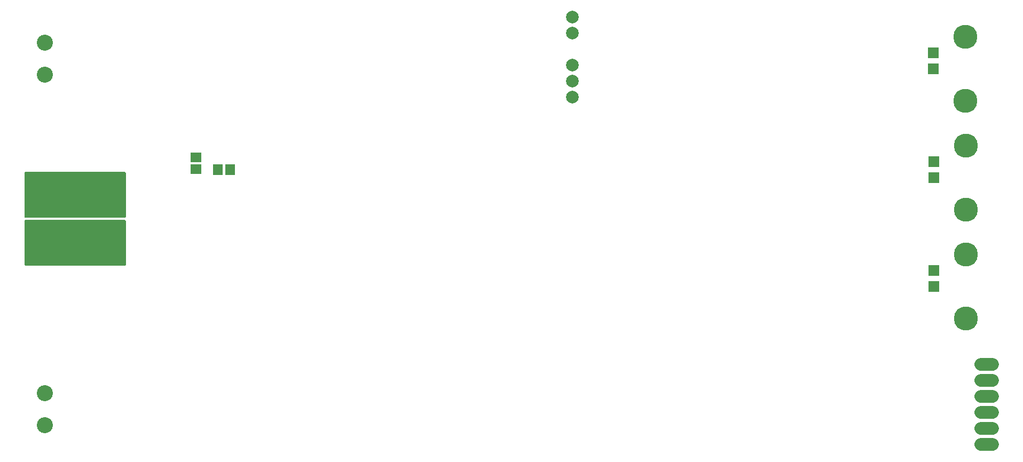
<source format=gbs>
G04 EAGLE Gerber RS-274X export*
G75*
%MOMM*%
%FSLAX34Y34*%
%LPD*%
%INSoldermask Bottom*%
%IPPOS*%
%AMOC8*
5,1,8,0,0,1.08239X$1,22.5*%
G01*
%ADD10C,3.821200*%
%ADD11R,1.805200X1.805200*%
%ADD12R,1.503200X1.803200*%
%ADD13R,1.803200X1.503200*%
%ADD14C,2.032000*%
%ADD15C,2.003200*%
%ADD16C,2.543200*%

G36*
X190050Y579505D02*
X190050Y579505D01*
X190100Y579503D01*
X190272Y579525D01*
X190445Y579541D01*
X190493Y579554D01*
X190543Y579560D01*
X190708Y579613D01*
X190876Y579659D01*
X190921Y579681D01*
X190968Y579696D01*
X191122Y579777D01*
X191278Y579852D01*
X191319Y579882D01*
X191363Y579905D01*
X191500Y580012D01*
X191640Y580114D01*
X191675Y580150D01*
X191714Y580181D01*
X191830Y580311D01*
X191950Y580436D01*
X191977Y580478D01*
X192011Y580516D01*
X192101Y580664D01*
X192197Y580808D01*
X192217Y580855D01*
X192243Y580897D01*
X192305Y581059D01*
X192374Y581219D01*
X192385Y581267D01*
X192403Y581314D01*
X192436Y581485D01*
X192475Y581654D01*
X192478Y581704D01*
X192487Y581753D01*
X192499Y582000D01*
X192499Y650000D01*
X192495Y650050D01*
X192497Y650100D01*
X192475Y650272D01*
X192459Y650445D01*
X192446Y650493D01*
X192440Y650543D01*
X192387Y650708D01*
X192341Y650876D01*
X192319Y650921D01*
X192304Y650968D01*
X192223Y651122D01*
X192148Y651278D01*
X192118Y651319D01*
X192095Y651363D01*
X191988Y651500D01*
X191886Y651640D01*
X191850Y651675D01*
X191819Y651714D01*
X191689Y651830D01*
X191564Y651950D01*
X191522Y651977D01*
X191484Y652011D01*
X191336Y652101D01*
X191192Y652197D01*
X191146Y652217D01*
X191103Y652243D01*
X190941Y652305D01*
X190781Y652374D01*
X190733Y652385D01*
X190686Y652403D01*
X190515Y652436D01*
X190346Y652475D01*
X190296Y652478D01*
X190247Y652487D01*
X190000Y652499D01*
X34000Y652499D01*
X33950Y652495D01*
X33900Y652497D01*
X33728Y652475D01*
X33555Y652459D01*
X33507Y652446D01*
X33457Y652440D01*
X33292Y652387D01*
X33124Y652341D01*
X33079Y652319D01*
X33032Y652304D01*
X32878Y652223D01*
X32722Y652148D01*
X32681Y652118D01*
X32637Y652095D01*
X32501Y651988D01*
X32360Y651886D01*
X32325Y651850D01*
X32286Y651819D01*
X32170Y651689D01*
X32050Y651564D01*
X32023Y651522D01*
X31989Y651484D01*
X31899Y651336D01*
X31803Y651192D01*
X31783Y651146D01*
X31757Y651103D01*
X31695Y650941D01*
X31626Y650781D01*
X31615Y650733D01*
X31597Y650686D01*
X31564Y650515D01*
X31525Y650346D01*
X31522Y650296D01*
X31513Y650247D01*
X31501Y650000D01*
X31501Y582000D01*
X31505Y581950D01*
X31503Y581900D01*
X31525Y581728D01*
X31541Y581555D01*
X31554Y581507D01*
X31560Y581457D01*
X31613Y581292D01*
X31659Y581124D01*
X31681Y581079D01*
X31696Y581032D01*
X31777Y580878D01*
X31852Y580722D01*
X31882Y580681D01*
X31905Y580637D01*
X32012Y580501D01*
X32114Y580360D01*
X32150Y580325D01*
X32181Y580286D01*
X32311Y580170D01*
X32436Y580050D01*
X32478Y580023D01*
X32516Y579989D01*
X32664Y579899D01*
X32808Y579803D01*
X32855Y579783D01*
X32897Y579757D01*
X33059Y579695D01*
X33219Y579626D01*
X33267Y579615D01*
X33314Y579597D01*
X33485Y579564D01*
X33654Y579525D01*
X33704Y579522D01*
X33753Y579513D01*
X34000Y579501D01*
X190000Y579501D01*
X190050Y579505D01*
G37*
G36*
X190050Y503505D02*
X190050Y503505D01*
X190100Y503503D01*
X190272Y503525D01*
X190445Y503541D01*
X190493Y503554D01*
X190543Y503560D01*
X190708Y503613D01*
X190876Y503659D01*
X190921Y503681D01*
X190968Y503696D01*
X191122Y503777D01*
X191278Y503852D01*
X191319Y503882D01*
X191363Y503905D01*
X191500Y504012D01*
X191640Y504114D01*
X191675Y504150D01*
X191714Y504181D01*
X191830Y504311D01*
X191950Y504436D01*
X191977Y504478D01*
X192011Y504516D01*
X192101Y504664D01*
X192197Y504808D01*
X192217Y504855D01*
X192243Y504897D01*
X192305Y505059D01*
X192374Y505219D01*
X192385Y505267D01*
X192403Y505314D01*
X192436Y505485D01*
X192475Y505654D01*
X192478Y505704D01*
X192487Y505753D01*
X192499Y506000D01*
X192499Y574000D01*
X192495Y574050D01*
X192497Y574100D01*
X192475Y574272D01*
X192459Y574445D01*
X192446Y574493D01*
X192440Y574543D01*
X192387Y574708D01*
X192341Y574876D01*
X192319Y574921D01*
X192304Y574968D01*
X192223Y575122D01*
X192148Y575278D01*
X192118Y575319D01*
X192095Y575363D01*
X191988Y575500D01*
X191886Y575640D01*
X191850Y575675D01*
X191819Y575714D01*
X191689Y575830D01*
X191564Y575950D01*
X191522Y575977D01*
X191484Y576011D01*
X191336Y576101D01*
X191192Y576197D01*
X191146Y576217D01*
X191103Y576243D01*
X190941Y576305D01*
X190781Y576374D01*
X190733Y576385D01*
X190686Y576403D01*
X190515Y576436D01*
X190346Y576475D01*
X190296Y576478D01*
X190247Y576487D01*
X190000Y576499D01*
X34000Y576499D01*
X33950Y576495D01*
X33900Y576497D01*
X33728Y576475D01*
X33555Y576459D01*
X33507Y576446D01*
X33457Y576440D01*
X33292Y576387D01*
X33124Y576341D01*
X33079Y576319D01*
X33032Y576304D01*
X32878Y576223D01*
X32722Y576148D01*
X32681Y576118D01*
X32637Y576095D01*
X32501Y575988D01*
X32360Y575886D01*
X32325Y575850D01*
X32286Y575819D01*
X32170Y575689D01*
X32050Y575564D01*
X32023Y575522D01*
X31989Y575484D01*
X31899Y575336D01*
X31803Y575192D01*
X31783Y575146D01*
X31757Y575103D01*
X31695Y574941D01*
X31626Y574781D01*
X31615Y574733D01*
X31597Y574686D01*
X31564Y574515D01*
X31525Y574346D01*
X31522Y574296D01*
X31513Y574247D01*
X31501Y574000D01*
X31501Y506000D01*
X31505Y505950D01*
X31503Y505900D01*
X31525Y505728D01*
X31541Y505555D01*
X31554Y505507D01*
X31560Y505457D01*
X31613Y505292D01*
X31659Y505124D01*
X31681Y505079D01*
X31696Y505032D01*
X31777Y504878D01*
X31852Y504722D01*
X31882Y504681D01*
X31905Y504637D01*
X32012Y504501D01*
X32114Y504360D01*
X32150Y504325D01*
X32181Y504286D01*
X32311Y504170D01*
X32436Y504050D01*
X32478Y504023D01*
X32516Y503989D01*
X32664Y503899D01*
X32808Y503803D01*
X32855Y503783D01*
X32897Y503757D01*
X33059Y503695D01*
X33219Y503626D01*
X33267Y503615D01*
X33314Y503597D01*
X33485Y503564D01*
X33654Y503525D01*
X33704Y503522D01*
X33753Y503513D01*
X34000Y503501D01*
X190000Y503501D01*
X190050Y503505D01*
G37*
D10*
X1524700Y694000D03*
X1524700Y592400D03*
D11*
X1473900Y643200D03*
X1473900Y668600D03*
D10*
X1524700Y521400D03*
X1524700Y419800D03*
D11*
X1473900Y470600D03*
X1473900Y496000D03*
D12*
X357500Y656000D03*
X338500Y656000D03*
D13*
X304000Y656500D03*
X304000Y675500D03*
D14*
X1548256Y346700D02*
X1566544Y346700D01*
X1566544Y321300D02*
X1548256Y321300D01*
X1548256Y295900D02*
X1566544Y295900D01*
X1566544Y270500D02*
X1548256Y270500D01*
X1548256Y245100D02*
X1566544Y245100D01*
X1566544Y219700D02*
X1548256Y219700D01*
D15*
X900082Y898200D03*
X900082Y872800D03*
X900082Y822000D03*
X900082Y796600D03*
X900082Y771200D03*
D16*
X64250Y857611D03*
X64250Y806811D03*
X64250Y603611D03*
X64250Y552811D03*
X64250Y301611D03*
X64250Y250811D03*
D10*
X1523400Y866800D03*
X1523400Y765200D03*
D11*
X1472600Y816000D03*
X1472600Y841400D03*
M02*

</source>
